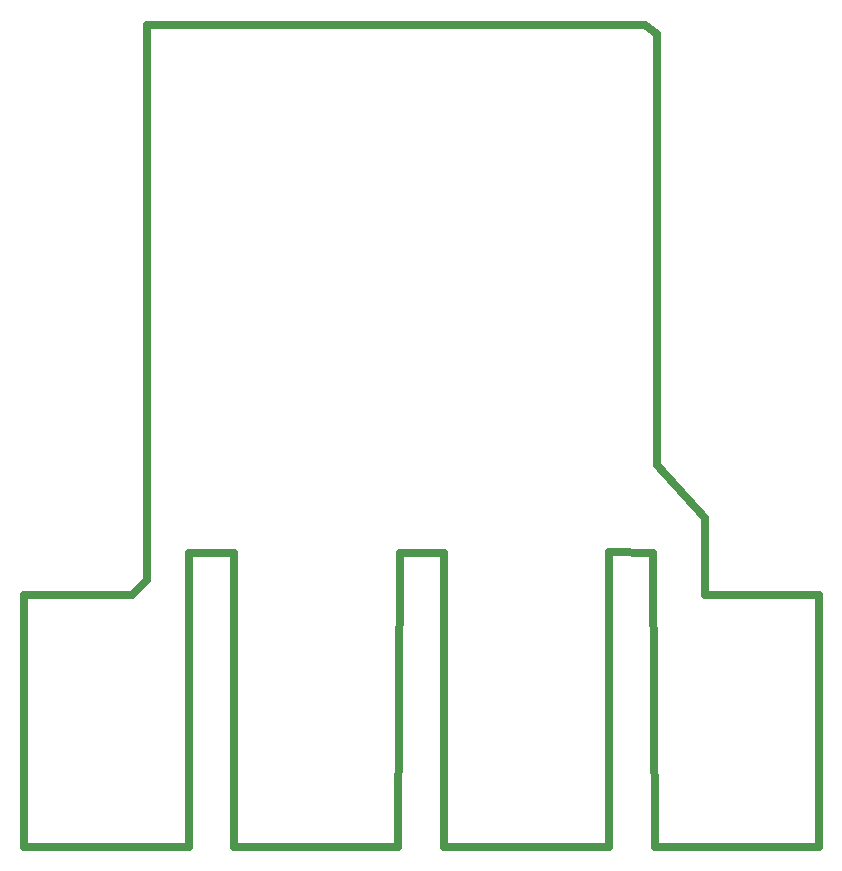
<source format=gbr>
G04 (created by PCBNEW-RS274X (2010-03-14)-final) date Thu 20 Jan 2011 01:01:31 PM EST*
G01*
G70*
G90*
%MOIN*%
G04 Gerber Fmt 3.4, Leading zero omitted, Abs format*
%FSLAX34Y34*%
G04 APERTURE LIST*
%ADD10C,0.001000*%
%ADD11C,0.025000*%
G04 APERTURE END LIST*
G54D10*
G54D11*
X17200Y05900D02*
X20800Y05900D01*
X21300Y24900D02*
X37900Y24900D01*
X37900Y24900D02*
X38300Y24600D01*
X38300Y10220D02*
X38300Y24600D01*
X38300Y10220D02*
X39900Y08460D01*
X43700Y05900D02*
X39900Y05900D01*
X43700Y05900D02*
X43700Y-02500D01*
X43700Y-02500D02*
X38228Y-02500D01*
X17200Y05900D02*
X17212Y-02500D01*
X17212Y-02500D02*
X22700Y-02500D01*
X22700Y07300D02*
X22700Y-02500D01*
X24197Y07300D02*
X24200Y-02500D01*
X24197Y07300D02*
X22700Y07300D01*
X29670Y-02500D02*
X24200Y-02500D01*
X29724Y07300D02*
X29670Y-02500D01*
X31200Y-02500D02*
X31200Y07300D01*
X29724Y07300D02*
X31200Y07300D01*
X36700Y-02500D02*
X31200Y-02500D01*
X36704Y07311D02*
X36700Y-02500D01*
X38228Y-02500D02*
X38182Y07300D01*
X38182Y07300D02*
X36704Y07311D01*
X39900Y08460D02*
X39900Y05900D01*
X20800Y05900D02*
X21300Y06400D01*
X21300Y06400D02*
X21300Y24900D01*
M02*

</source>
